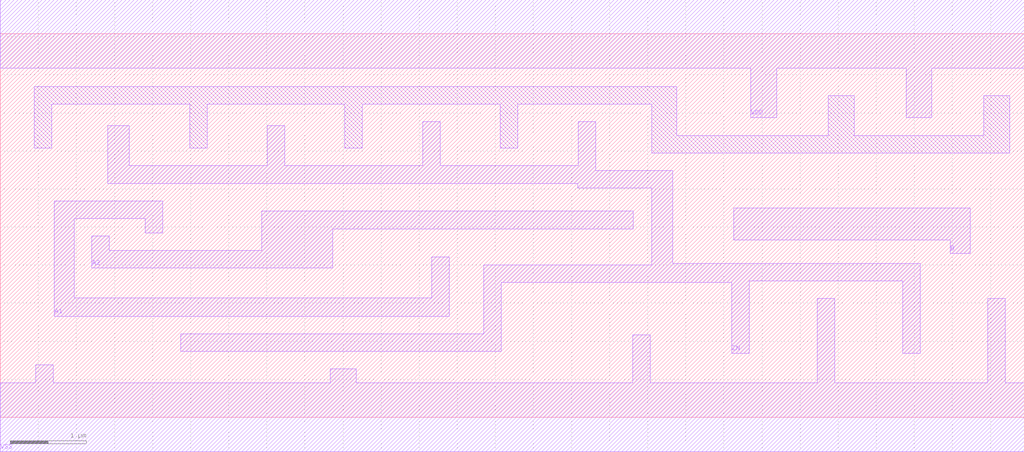
<source format=lef>
# Copyright 2022 GlobalFoundries PDK Authors
#
# Licensed under the Apache License, Version 2.0 (the "License");
# you may not use this file except in compliance with the License.
# You may obtain a copy of the License at
#
#      http://www.apache.org/licenses/LICENSE-2.0
#
# Unless required by applicable law or agreed to in writing, software
# distributed under the License is distributed on an "AS IS" BASIS,
# WITHOUT WARRANTIES OR CONDITIONS OF ANY KIND, either express or implied.
# See the License for the specific language governing permissions and
# limitations under the License.

MACRO gf180mcu_fd_sc_mcu9t5v0__aoi21_4
  CLASS core ;
  FOREIGN gf180mcu_fd_sc_mcu9t5v0__aoi21_4 0.0 0.0 ;
  ORIGIN 0 0 ;
  SYMMETRY X Y ;
  SITE GF018hv5v_green_sc9 ;
  SIZE 13.44 BY 5.04 ;
  PIN A1
    DIRECTION INPUT ;
    ANTENNAGATEAREA 6.828 ;
    PORT
      LAYER METAL1 ;
        POLYGON 0.71 1.325 5.895 1.325 5.895 2.11 5.665 2.11 5.665 1.57 0.97 1.57 0.97 2.615 1.905 2.615 1.905 2.42 2.135 2.42 2.135 2.845 0.71 2.845  ;
    END
  END A1
  PIN A2
    DIRECTION INPUT ;
    ANTENNAGATEAREA 6.828 ;
    PORT
      LAYER METAL1 ;
        POLYGON 1.2 1.96 4.365 1.96 4.365 2.475 8.31 2.475 8.31 2.71 3.43 2.71 3.43 2.19 1.43 2.19 1.43 2.385 1.2 2.385  ;
    END
  END A2
  PIN B
    DIRECTION INPUT ;
    ANTENNAGATEAREA 5.868 ;
    PORT
      LAYER METAL1 ;
        POLYGON 9.63 2.33 12.47 2.33 12.47 2.15 12.73 2.15 12.73 2.33 12.735 2.33 12.735 2.75 9.63 2.75  ;
    END
  END B
  PIN ZN
    DIRECTION OUTPUT ;
    ANTENNADIFFAREA 6.136 ;
    PORT
      LAYER METAL1 ;
        POLYGON 1.41 3.075 7.58 3.075 7.58 3.015 8.55 3.015 8.55 2 6.345 2 6.345 1.095 2.37 1.095 2.37 0.865 6.575 0.865 6.575 1.77 9.605 1.77 9.605 0.84 9.835 0.84 9.835 1.79 11.845 1.79 11.845 0.84 12.075 0.84 12.075 2.02 8.83 2.02 8.83 3.245 7.815 3.245 7.815 3.885 7.585 3.885 7.585 3.305 5.775 3.305 5.775 3.885 5.545 3.885 5.545 3.305 3.735 3.305 3.735 3.835 3.505 3.835 3.505 3.305 1.695 3.305 1.695 3.835 1.41 3.835  ;
    END
  END ZN
  PIN VDD
    DIRECTION INOUT ;
    USE power ;
    SHAPE ABUTMENT ;
    PORT
      LAYER METAL1 ;
        POLYGON 0 4.59 9.85 4.59 9.85 3.935 10.19 3.935 10.19 4.59 11.89 4.59 11.89 3.935 12.23 3.935 12.23 4.59 13.25 4.59 13.44 4.59 13.44 5.49 13.25 5.49 0 5.49  ;
    END
  END VDD
  PIN VSS
    DIRECTION INOUT ;
    USE ground ;
    SHAPE ABUTMENT ;
    PORT
      LAYER METAL1 ;
        POLYGON 0 -0.45 13.44 -0.45 13.44 0.45 13.195 0.45 13.195 1.56 12.965 1.56 12.965 0.45 10.955 0.45 10.955 1.56 10.725 1.56 10.725 0.45 8.535 0.45 8.535 1.085 8.305 1.085 8.305 0.45 4.67 0.45 4.67 0.635 4.33 0.635 4.33 0.45 0.695 0.45 0.695 0.69 0.465 0.69 0.465 0.45 0 0.45  ;
    END
  END VSS
  OBS
      LAYER METAL1 ;
        POLYGON 0.445 3.535 0.675 3.535 0.675 4.115 2.485 4.115 2.485 3.535 2.715 3.535 2.715 4.115 4.525 4.115 4.525 3.535 4.755 3.535 4.755 4.115 6.565 4.115 6.565 3.535 6.795 3.535 6.795 4.115 8.55 4.115 8.55 3.475 13.25 3.475 13.25 4.23 12.91 4.23 12.91 3.705 11.21 3.705 11.21 4.23 10.87 4.23 10.87 3.705 8.88 3.705 8.88 4.345 0.445 4.345  ;
  END
END gf180mcu_fd_sc_mcu9t5v0__aoi21_4

</source>
